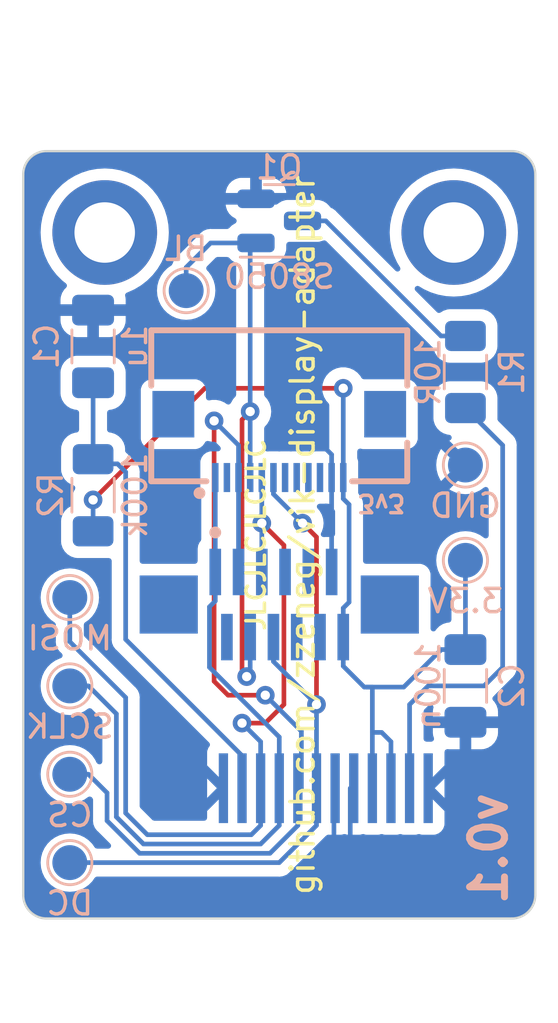
<source format=kicad_pcb>
(kicad_pcb (version 20221018) (generator pcbnew)
  (layers (0 "F.Cu" signal) (31 "B.Cu" signal) (34 "B.Paste" user) (35 "F.Paste" user) (36 "B.SilkS" user "B.Silkscreen") (37 "F.SilkS" user "F.Silkscreen") (38 "B.Mask" user) (39 "F.Mask" user) (44 "Edge.Cuts" user))
  (net 0 "")
  (net 1 "RESET")
  (net 2 "GND")
  (net 3 "+3.3V")
  (net 4 "SCLK")
  (net 6 "LEDK")
  (net 7 "DC")
  (net 8 "CS")
  (net 9 "MOSI")
  (net 10 "BLK")
  (net 20 "Net-(Q1-C)")
  (footprint "zzkeeb:Hole_M2-solder-nut-2.5" (layer "B.Cu") (at 107 61.7 180)
    (fp_text reference "H2" hide)
    (fp_text value "MountingHole" hide)
    (pad "" thru_hole circle (at 0 0 180) (size 4.5 4.5) (drill 2.6) (layers "*.Cu" "B.Mask"))
  )
  (footprint "TestPoint:TestPoint_Pad_D1.5mm" (layer "B.Cu") (at 90.5 77.4 180)
    (fp_text reference "TP6" hide)
    (fp_text value "MOSI" (at 0 -1.75) (layer "B.SilkS") (effects (justify mirror)))
    (fp_circle (center 0 0) (end 0 -0.95) (stroke (width 0.12)) (fill none) (layer "B.SilkS"))
    (pad "1" smd circle (at 0 0 180) (size 1.5 1.5) (layers "B.Cu" "B.Mask") (net 9 "MOSI"))
  )
  (footprint "TestPoint:TestPoint_Pad_D1.5mm" (layer "B.Cu") (at 107.5 71.7 180)
    (fp_text reference "TP2" hide)
    (fp_text value "GND" (at 0 -1.75) (layer "B.SilkS") (effects (justify mirror)))
    (fp_circle (center 0 0) (end 0 -0.95) (stroke (width 0.12)) (fill none) (layer "B.SilkS"))
    (pad "1" smd circle (at 0 0 180) (size 1.5 1.5) (layers "B.Cu" "B.Mask") (net 2 "GND"))
  )
  (footprint "zzkeeb:Connector_Display-12pin-0.8mm" (layer "B.Cu") (at 101.5 85.6)
    (fp_text reference "J3")
    (fp_text value "Conn_01x12_Pin")
    (pad "1" smd rect (at 4.4 0) (size 0.4 3) (layers "B.Cu" "B.Paste" "B.Mask") (net 2 "GND"))
    (pad "2" smd rect (at 3.6 0) (size 0.4 3) (layers "B.Cu" "B.Paste" "B.Mask") (net 6 "LEDK"))
    (pad "3" smd rect (at 2.8 0) (size 0.4 3) (layers "B.Cu" "B.Paste" "B.Mask") (net 3 "+3.3V"))
    (pad "4" smd rect (at 2 0) (size 0.4 3) (layers "B.Cu" "B.Paste" "B.Mask") (net 3 "+3.3V"))
    (pad "5" smd rect (at 1.2 0) (size 0.4 3) (layers "B.Cu" "B.Paste" "B.Mask") (net 2 "GND"))
    (pad "6" smd rect (at 0.4 0) (size 0.4 3) (layers "B.Cu" "B.Paste" "B.Mask") (net 2 "GND"))
    (pad "7" smd rect (at -0.4 0) (size 0.4 3) (layers "B.Cu" "B.Paste" "B.Mask") (net 7 "DC"))
    (pad "8" smd rect (at -1.2 0) (size 0.4 3) (layers "B.Cu" "B.Paste" "B.Mask") (net 8 "CS"))
    (pad "9" smd rect (at -2 0) (size 0.4 3) (layers "B.Cu" "B.Paste" "B.Mask") (net 4 "SCLK"))
    (pad "10" smd rect (at -2.8 0) (size 0.4 3) (layers "B.Cu" "B.Paste" "B.Mask") (net 9 "MOSI"))
    (pad "11" smd rect (at -3.6 0) (size 0.4 3) (layers "B.Cu" "B.Paste" "B.Mask") (net 1 "RESET"))
    (pad "12" smd rect (at -4.4 0) (size 0.4 3) (layers "B.Cu" "B.Paste" "B.Mask") (net 2 "GND"))
  )
  (footprint "TestPoint:TestPoint_Pad_D1.5mm" (layer "B.Cu") (at 90.5 81.2 180)
    (fp_text reference "TP3" hide)
    (fp_text value "SCLK" (at 0 -1.75) (layer "B.SilkS") (effects (justify mirror)))
    (fp_circle (center 0 0) (end 0 -0.95) (stroke (width 0.12)) (fill none) (layer "B.SilkS"))
    (pad "1" smd circle (at 0 0 180) (size 1.5 1.5) (layers "B.Cu" "B.Mask") (net 4 "SCLK"))
  )
  (footprint "TestPoint:TestPoint_Pad_D1.5mm" (layer "B.Cu") (at 95.5 64.2 180)
    (fp_text reference "TP5" hide)
    (fp_text value "BL" (at 0 1.8) (layer "B.SilkS") (effects (justify mirror)))
    (fp_circle (center 0 0) (end 0 -0.95) (stroke (width 0.12)) (fill none) (layer "B.SilkS"))
    (pad "1" smd circle (at 0 0 180) (size 1.5 1.5) (layers "B.Cu" "B.Mask") (net 10 "BLK"))
  )
  (footprint "Capacitor_SMD:C_1206_3216Metric_Pad1.33x1.80mm_HandSolder" (layer "B.Cu") (at 91.5 66.6 -90)
    (fp_text reference "C1" (at 0 2 90) (layer "B.SilkS") (effects (justify mirror)))
    (fp_text value "1u" (at 0 -1.8 90) (layer "B.SilkS") (effects (justify mirror)))
    (fp_line (start -0.711252 -0.91) (end 0.711252 -0.91) (stroke (width 0.12)) (layer "B.SilkS"))
    (fp_line (start -0.711252 0.91) (end 0.711252 0.91) (stroke (width 0.12)) (layer "B.SilkS"))
    (pad "1" smd roundrect (at -1.5625 0 270) (size 1.325 1.8) (layers "B.Cu" "B.Paste" "B.Mask") (roundrect_rratio 0.1886792453) (net 2 "GND"))
    (pad "2" smd roundrect (at 1.5625 0 270) (size 1.325 1.8) (layers "B.Cu" "B.Paste" "B.Mask") (roundrect_rratio 0.1886792453) (net 1 "RESET"))
  )
  (footprint "Resistor_SMD:R_1206_3216Metric_Pad1.30x1.75mm_HandSolder" (layer "B.Cu") (at 107.5 67.7 -90)
    (fp_text reference "R1" (at 0 -2 90) (layer "B.SilkS") (effects (justify mirror)))
    (fp_text value "10R" (at 0 1.6 90) (layer "B.SilkS") (effects (justify mirror)))
    (fp_line (start -0.727064 -0.91) (end 0.727064 -0.91) (stroke (width 0.12)) (layer "B.SilkS"))
    (fp_line (start -0.727064 0.91) (end 0.727064 0.91) (stroke (width 0.12)) (layer "B.SilkS"))
    (pad "1" smd roundrect (at -1.55 0 270) (size 1.3 1.75) (layers "B.Cu" "B.Paste" "B.Mask") (roundrect_rratio 0.1923076923) (net 20 "Net-(Q1-C)"))
    (pad "2" smd roundrect (at 1.55 0 270) (size 1.3 1.75) (layers "B.Cu" "B.Paste" "B.Mask") (roundrect_rratio 0.1923076923) (net 6 "LEDK"))
  )
  (footprint "vik:vik-module-connector-horizontal" (layer "B.Cu") (at 99.5 70.2)
    (fp_text reference "J1" hide)
    (fp_text value "vik-module-connector" hide)
    (fp_text user "3v3" (at 3.3 2.7 -180 unlocked) (layer "B.SilkS") (effects (font (size 0.75 0.75)) (justify left bottom mirror)))
    (fp_line (start -5.5 -4.295) (end -5.5 -1.912) (stroke (width 0.254)) (layer "B.SilkS"))
    (fp_line (start -5.5 0.539) (end -5.5 2.2) (stroke (width 0.254)) (layer "B.SilkS"))
    (fp_line (start -5.5 2.2) (end -3.131 2.2) (stroke (width 0.254)) (layer "B.SilkS"))
    (fp_line (start 5.5 -4.295) (end -5.5 -4.295) (stroke (width 0.254)) (layer "B.SilkS"))
    (fp_line (start 5.5 -4.295) (end 5.5 -1.912) (stroke (width 0.254)) (layer "B.SilkS"))
    (fp_line (start 5.5 0.539) (end 5.5 2.2) (stroke (width 0.254)) (layer "B.SilkS"))
    (fp_line (start 5.5 2.2) (end 3.131 2.2) (stroke (width 0.254)) (layer "B.SilkS"))
    (fp_circle (center -3.429 2.708) (end -3.302 2.708) (stroke (width 0.254)) (fill none) (layer "B.SilkS"))
    (pad "1" smd rect (at -2.75 2.038) (size 0.28 1.25) (layers "B.Cu" "B.Paste" "B.Mask") (net 4 "SCLK"))
    (pad "2" smd rect (at -2.25 2.038) (size 0.28 1.25) (layers "B.Cu" "B.Paste" "B.Mask"))
    (pad "3" smd rect (at -1.75 2.038) (size 0.28 1.25) (layers "B.Cu" "B.Paste" "B.Mask") (net 8 "CS"))
    (pad "4" smd rect (at -1.25 2.038) (size 0.28 1.25) (layers "B.Cu" "B.Paste" "B.Mask") (net 10 "BLK"))
    (pad "5" smd rect (at -0.75 2.038) (size 0.28 1.25) (layers "B.Cu" "B.Paste" "B.Mask") (net 9 "MOSI"))
    (pad "6" smd rect (at -0.25 2.038) (size 0.28 1.25) (layers "B.Cu" "B.Paste" "B.Mask") (net 7 "DC"))
    (pad "7" smd rect (at 0.25 2.038) (size 0.28 1.25) (layers "B.Cu" "B.Paste" "B.Mask"))
    (pad "8" smd rect (at 0.75 2.038) (size 0.28 1.25) (layers "B.Cu" "B.Paste" "B.Mask"))
    (pad "9" smd rect (at 1.25 2.038) (size 0.28 1.25) (layers "B.Cu" "B.Paste" "B.Mask"))
    (pad "10" smd rect (at 1.75 2.038) (size 0.28 1.25) (layers "B.Cu" "B.Paste" "B.Mask"))
    (pad "11" smd rect (at 2.25 2.038) (size 0.28 1.25) (layers "B.Cu" "B.Paste" "B.Mask") (net 2 "GND"))
    (pad "12" smd rect (at 2.75 2.038) (size 0.28 1.25) (layers "B.Cu" "B.Paste" "B.Mask") (net 3 "+3.3V"))
    (pad "13" smd rect (at 4.55 -0.686) (size 1.8 2) (layers "B.Cu" "B.Paste" "B.Mask"))
    (pad "14" smd rect (at -4.55 -0.686) (size 1.8 2) (layers "B.Cu" "B.Paste" "B.Mask"))
  )
  (footprint "Capacitor_SMD:C_1206_3216Metric_Pad1.33x1.80mm_HandSolder" (layer "B.Cu") (at 107.5 81.2 90)
    (fp_text reference "C2" (at 0 2 90) (layer "B.SilkS") (effects (justify mirror)))
    (fp_text value "100n" (at 0 -1.6 90) (layer "B.SilkS") (effects (justify mirror)))
    (fp_line (start -0.711252 -0.91) (end 0.711252 -0.91) (stroke (width 0.12)) (layer "B.SilkS"))
    (fp_line (start -0.711252 0.91) (end 0.711252 0.91) (stroke (width 0.12)) (layer "B.SilkS"))
    (pad "1" smd roundrect (at -1.5625 0 90) (size 1.325 1.8) (layers "B.Cu" "B.Paste" "B.Mask") (roundrect_rratio 0.1886792453) (net 2 "GND"))
    (pad "2" smd roundrect (at 1.5625 0 90) (size 1.325 1.8) (layers "B.Cu" "B.Paste" "B.Mask") (roundrect_rratio 0.1886792453) (net 3 "+3.3V"))
  )
  (footprint "zzkeeb:Hole_M2-solder-nut-2.5" (layer "B.Cu") (at 92 61.7 180)
    (fp_text reference "H1" hide)
    (fp_text value "MountingHole" hide)
    (pad "" thru_hole circle (at 0 0 180) (size 4.5 4.5) (drill 2.6) (layers "*.Cu" "B.Mask"))
  )
  (footprint "zzkeeb:Connector_VIK-vertical-module" (layer "B.Cu") (at 99.5 77.7 90)
    (fp_text reference "J2" hide)
    (fp_text value "vik-module-connector" hide)
    (fp_circle (center 3.1 -2.75) (end 3.227 -2.75) (stroke (width 0.254)) (fill solid) (layer "B.SilkS"))
    (pad "" smd rect (at 0 -4.75 90) (size 2.5 2.5) (layers "B.Cu" "B.Paste" "B.Mask"))
    (pad "" smd rect (at 0 4.75 90) (size 2.5 2.5) (layers "B.Cu" "B.Paste" "B.Mask"))
    (pad "1" smd custom (at 1.9 -2.75 90) (size 1 0.5) (layers "B.Cu" "B.Paste" "B.Mask") (net 4 "SCLK") (options (clearance outline) (anchor rect)) (primitives (gr_poly (pts (xy -1.5 -0.25) (xy -0.5 -0.25) (xy -0.5 0.25) (xy -1.5 0.25)) (width 0) (fill yes))))
    (pad "2" smd custom (at -1.9 -2.25 270) (size 1 0.5) (layers "B.Cu" "B.Paste" "B.Mask") (options (clearance outline) (anchor rect)) (primitives (gr_poly (pts (xy -1.5 -0.25) (xy -0.5 -0.25) (xy -0.5 0.25) (xy -1.5 0.25)) (width 0) (fill yes))))
    (pad "3" smd custom (at 1.9 -1.75 90) (size 1 0.5) (layers "B.Cu" "B.Paste" "B.Mask") (net 8 "CS") (options (clearance outline) (anchor rect)) (primitives (gr_poly (pts (xy -1.5 -0.25) (xy -0.5 -0.25) (xy -0.5 0.25) (xy -1.5 0.25)) (width 0) (fill yes))))
    (pad "4" smd custom (at -1.9 -1.25 270) (size 1 0.5) (layers "B.Cu" "B.Paste" "B.Mask") (net 10 "BLK") (options (clearance outline) (anchor rect)) (primitives (gr_poly (pts (xy -1.5 -0.25) (xy -0.5 -0.25) (xy -0.5 0.25) (xy -1.5 0.25)) (width 0) (fill yes))))
    (pad "5" smd custom (at 1.9 -0.75 90) (size 1 0.5) (layers "B.Cu" "B.Paste" "B.Mask") (net 9 "MOSI") (options (clearance outline) (anchor rect)) (primitives (gr_poly (pts (xy -1.5 -0.25) (xy -0.5 -0.25) (xy -0.5 0.25) (xy -1.5 0.25)) (width 0) (fill yes))))
    (pad "6" smd rect (at -1.4 -0.25 180) (size 0.5 2) (layers "B.Cu" "B.Paste" "B.Mask") (net 7 "DC"))
    (pad "7" smd custom (at 1.9 0.25 90) (size 1 0.5) (layers "B.Cu" "B.Paste" "B.Mask") (options (clearance outline) (anchor rect)) (primitives (gr_poly (pts (xy -1.5 -0.25) (xy -0.5 -0.25) (xy -0.5 0.25) (xy -1.5 0.25)) (width 0) (fill yes))))
    (pad "8" smd custom (at -1.9 0.75 270) (size 1 0.5) (layers "B.Cu" "B.Paste" "B.Mask") (options (clearance outline) (anchor rect)) (primitives (gr_poly (pts (xy -1.5 -0.25) (xy -0.5 -0.25) (xy -0.5 0.25) (xy -1.5 0.25)) (width 0) (fill yes))))
    (pad "9" smd custom (at 1.9 1.25 90) (size 1 0.5) (layers "B.Cu" "B.Paste" "B.Mask") (options (clearance outline) (anchor rect)) (primitives (gr_poly (pts (xy -1.5 -0.25) (xy -0.5 -0.25) (xy -0.5 0.25) (xy -1.5 0.25)) (width 0) (fill yes))))
    (pad "10" smd custom (at -1.9 1.75 270) (size 1 0.5) (layers "B.Cu" "B.Paste" "B.Mask") (options (clearance outline) (anchor rect)) (primitives (gr_poly (pts (xy -1.5 -0.25) (xy -0.5 -0.25) (xy -0.5 0.25) (xy -1.5 0.25)) (width 0) (fill yes))))
    (pad "11" smd custom (at 1.9 2.25 90) (size 1 0.5) (layers "B.Cu" "B.Paste" "B.Mask") (net 2 "GND") (options (clearance outline) (anchor rect)) (primitives (gr_poly (pts (xy -1.5 -0.25) (xy -0.5 -0.25) (xy -0.5 0.25) (xy -1.5 0.25)) (width 0) (fill yes))))
    (pad "12" smd custom (at -1.9 2.75 270) (size 1 0.5) (layers "B.Cu" "B.Paste" "B.Mask") (net 3 "+3.3V") (options (clearance outline) (anchor rect)) (primitives (gr_poly (pts (xy -1.5 -0.25) (xy -0.5 -0.25) (xy -0.5 0.25) (xy -1.5 0.25)) (width 0) (fill yes))))
  )
  (footprint "TestPoint:TestPoint_Pad_D1.5mm" (layer "B.Cu") (at 107.5 75.8 180)
    (fp_text reference "TP1" hide)
    (fp_text value "3.3V" (at 0 -1.75) (layer "B.SilkS") (effects (justify mirror)))
    (fp_circle (center 0 0) (end 0 -0.95) (stroke (width 0.12)) (fill none) (layer "B.SilkS"))
    (pad "1" smd circle (at 0 0 180) (size 1.5 1.5) (layers "B.Cu" "B.Mask") (net 3 "+3.3V"))
  )
  (footprint "TestPoint:TestPoint_Pad_D1.5mm" (layer "B.Cu") (at 90.5 88.8 180)
    (fp_text reference "TP7" hide)
    (fp_text value "DC" (at 0 -1.75) (layer "B.SilkS") (effects (justify mirror)))
    (fp_circle (center 0 0) (end 0 -0.95) (stroke (width 0.12)) (fill none) (layer "B.SilkS"))
    (pad "1" smd circle (at 0 0 180) (size 1.5 1.5) (layers "B.Cu" "B.Mask") (net 7 "DC"))
  )
  (footprint "TestPoint:TestPoint_Pad_D1.5mm" (layer "B.Cu") (at 90.5 85 180)
    (fp_text reference "TP4" hide)
    (fp_text value "CS" (at 0 -1.75) (layer "B.SilkS") (effects (justify mirror)))
    (fp_circle (center 0 0) (end 0 -0.95) (stroke (width 0.12)) (fill none) (layer "B.SilkS"))
    (pad "1" smd circle (at 0 0 180) (size 1.5 1.5) (layers "B.Cu" "B.Mask") (net 8 "CS"))
  )
  (footprint "zzkeeb:Transistor-S8050-SOT-23" (layer "B.Cu") (at 99.5 61.2)
    (fp_text reference "Q1" (at 0 -2.3) (layer "B.SilkS") (effects (justify mirror)))
    (fp_text value "S8050" (at 0 2.4) (layer "B.SilkS") (effects (justify mirror)))
    (fp_line (start 0 -1.56) (end -0.65 -1.56) (stroke (width 0.12)) (layer "B.SilkS"))
    (fp_line (start 0 -1.56) (end 0.65 -1.56) (stroke (width 0.12)) (layer "B.SilkS"))
    (fp_line (start 0 1.56) (end -1.675 1.56) (stroke (width 0.12)) (layer "B.SilkS"))
    (fp_line (start 0 1.56) (end 0.65 1.56) (stroke (width 0.12)) (layer "B.SilkS"))
    (pad "1" smd roundrect (at -1 -0.95) (size 1.6 0.8) (layers "B.Cu" "B.Paste" "B.Mask") (net 2 "GND"))
    (pad "2" smd roundrect (at -1 0.95) (size 1.6 0.8) (layers "B.Cu" "B.Paste" "B.Mask") (net 10 "BLK"))
    (pad "3" smd roundrect (at 1 0) (size 1.6 0.8) (layers "B.Cu" "B.Paste" "B.Mask") (net 20 "Net-(Q1-C)"))
  )
  (footprint "Resistor_SMD:R_1206_3216Metric_Pad1.30x1.75mm_HandSolder" (layer "B.Cu") (at 91.5 73 -90)
    (fp_text reference "R2" (at 0 1.82 90) (layer "B.SilkS") (effects (justify mirror)))
    (fp_text value "100k" (at 0 -1.8 90) (layer "B.SilkS") (effects (justify mirror)))
    (fp_line (start -0.727064 -0.91) (end 0.727064 -0.91) (stroke (width 0.12)) (layer "B.SilkS"))
    (fp_line (start -0.727064 0.91) (end 0.727064 0.91) (stroke (width 0.12)) (layer "B.SilkS"))
    (pad "1" smd roundrect (at -1.55 0 270) (size 1.3 1.75) (layers "B.Cu" "B.Paste" "B.Mask") (roundrect_rratio 0.1923076923) (net 1 "RESET"))
    (pad "2" smd roundrect (at 1.55 0 270) (size 1.3 1.75) (layers "B.Cu" "B.Paste" "B.Mask") (roundrect_rratio 0.1923076923) (net 3 "+3.3V"))
  )
  (gr_line (start 109.5 58.2) (end 89.5 58.2) (stroke (width 0.1)) (layer "Edge.Cuts"))
  (gr_line (start 110.5 59.2) (end 110.5 90.2) (stroke (width 0.1)) (layer "Edge.Cuts"))
  (gr_arc (start 109.5 58.2) (mid 110.207107 58.492893) (end 110.5 59.2) (stroke (width 0.1)) (layer "Edge.Cuts"))
  (gr_line (start 109.5 91.2) (end 89.5 91.2) (stroke (width 0.1)) (layer "Edge.Cuts"))
  (gr_arc (start 110.5 90.2) (mid 110.207107 90.907107) (end 109.5 91.2) (stroke (width 0.1)) (layer "Edge.Cuts"))
  (gr_arc (start 89.5 91.2) (mid 88.792893 90.907107) (end 88.5 90.2) (stroke (width 0.1)) (layer "Edge.Cuts"))
  (gr_line (start 88.5 90.2) (end 88.5 59.2) (stroke (width 0.1)) (layer "Edge.Cuts"))
  (gr_arc (start 88.5 59.2) (mid 88.792893 58.492893) (end 89.5 58.2) (stroke (width 0.1)) (layer "Edge.Cuts"))
  (gr_text "v0.1\n" (at 108.5 88.2 90) (layer "B.SilkS") (effects (font (size 1.5 1.5) (thickness 0.3) bold) (justify mirror)))
  (gr_text "JLCJLCJLCJLC" (at 98.5 74.7 90) (layer "F.SilkS") (effects (font (size 0.8 0.8) (thickness 0.15) bold)))
  (gr_text "github.com/zzeneg/vik-display-adapter" (at 100.5 74.7 90) (layer "F.SilkS") (effects (font (size 1 1) (thickness 0.15) bold)))
  (segment (start 92.55 71.65) (end 91.5 71.65) (width 0.2) (layer "B.Cu") (net 1))
  (segment (start 97.9 84.2) (end 92.9 79.2) (width 0.2) (layer "B.Cu") (net 1))
  (segment (start 97.9 85.6) (end 97.9 84.2) (width 0.2) (layer "B.Cu") (net 1))
  (segment (start 92.9 79.2) (end 92.9 72) (width 0.2) (layer "B.Cu") (net 1))
  (segment (start 92.9 72) (end 92.55 71.65) (width 0.2) (layer "B.Cu") (net 1))
  (segment (start 91.5 71.65) (end 91.5 68.1625) (width 0.2) (layer "B.Cu") (net 1))
  (segment (start 101.85 85.6) (end 101.85 88) (width 0.2) (layer "B.Cu") (net 2))
  (segment (start 101.5 71) (end 101.75 71.25) (width 0.2) (layer "B.Cu") (net 2))
  (segment (start 101.75 71.25) (end 101.75 75.8) (width 0.2) (layer "B.Cu") (net 2))
  (segment (start 102.55 88) (end 102.55 85.6) (width 0.2) (layer "B.Cu") (net 2))
  (segment (start 91.5 73.2) (end 96.3 68.4) (width 0.2) (layer "F.Cu") (net 3))
  (segment (start 96.3 68.4) (end 102.25 68.4) (width 0.2) (layer "F.Cu") (net 3))
  (via (at 102.25 68.4) (size 0.8) (drill 0.4) (layers "F.Cu" "B.Cu") (net 3))
  (via (at 91.5 73.2) (size 0.8) (drill 0.4) (layers "F.Cu" "B.Cu") (net 3))
  (segment (start 102.5 73.4) (end 102.5 77.6) (width 0.2) (layer "B.Cu") (net 3))
  (segment (start 104.3 83.6) (end 104.3 85.6) (width 0.2) (layer "B.Cu") (net 3))
  (segment (start 102.25 77.85) (end 102.25 79.6) (width 0.2) (layer "B.Cu") (net 3))
  (segment (start 102.25 80.35) (end 102.25 79.6) (width 0.2) (layer "B.Cu") (net 3))
  (segment (start 102.5 77.6) (end 102.25 77.85) (width 0.2) (layer "B.Cu") (net 3))
  (segment (start 91.5 73.2) (end 91.5 74.75) (width 0.2) (layer "B.Cu") (net 3))
  (segment (start 102.25 68.4) (end 102.25 73.15) (width 0.2) (layer "B.Cu") (net 3))
  (segment (start 103.25 81.25) (end 103.15 81.25) (width 0.2) (layer "B.Cu") (net 3))
  (segment (start 107.5 75.8) (end 107.5 79.6375) (width 0.2) (layer "B.Cu") (net 3))
  (segment (start 103.15 81.25) (end 102.25 80.35) (width 0.2) (layer "B.Cu") (net 3))
  (segment (start 103.5 83.2) (end 103.9 83.2) (width 0.2) (layer "B.Cu") (net 3))
  (segment (start 102.25 73.15) (end 102.5 73.4) (width 0.2) (layer "B.Cu") (net 3))
  (segment (start 107.5 79.6375) (end 106.4625 79.6375) (width 0.2) (layer "B.Cu") (net 3))
  (segment (start 103.5 81.25) (end 103.5 85.6) (width 0.2) (layer "B.Cu") (net 3))
  (segment (start 103.25 81.25) (end 103.5 81.25) (width 0.2) (layer "B.Cu") (net 3))
  (segment (start 104.85 81.25) (end 103.25 81.25) (width 0.2) (layer "B.Cu") (net 3))
  (segment (start 103.9 83.2) (end 104.3 83.6) (width 0.2) (layer "B.Cu") (net 3))
  (segment (start 106.4625 79.6375) (end 104.85 81.25) (width 0.2) (layer "B.Cu") (net 3))
  (segment (start 91.3 81.2) (end 90.5 81.2) (width 0.2) (layer "B.Cu") (net 4))
  (segment (start 96.75 77.55) (end 96.5 77.8) (width 0.2) (layer "B.Cu") (net 4))
  (segment (start 99.5 87.2) (end 98.7 88) (width 0.2) (layer "B.Cu") (net 4))
  (segment (start 92.5 86.834314) (end 92.5 82.4) (width 0.2) (layer "B.Cu") (net 4))
  (segment (start 96.75 75.8) (end 96.75 77.55) (width 0.2) (layer "B.Cu") (net 4))
  (segment (start 96.5 77.8) (end 96.5 80.4) (width 0.2) (layer "B.Cu") (net 4))
  (segment (start 92.5 82.4) (end 91.3 81.2) (width 0.2) (layer "B.Cu") (net 4))
  (segment (start 96.5 80.4) (end 99.5 83.4) (width 0.2) (layer "B.Cu") (net 4))
  (segment (start 98.7 88) (end 93.665686 88) (width 0.2) (layer "B.Cu") (net 4))
  (segment (start 93.665686 88) (end 92.5 86.834314) (width 0.2) (layer "B.Cu") (net 4))
  (segment (start 96.75 72.238) (end 96.75 75.8) (width 0.2) (layer "B.Cu") (net 4))
  (segment (start 99.5 83.4) (end 99.5 87.2) (width 0.2) (layer "B.Cu") (net 4))
  (segment (start 105.1 85.6) (end 105.1 82) (width 0.2) (layer "B.Cu") (net 6))
  (segment (start 109.1 80.4) (end 109.1 70.85) (width 0.2) (layer "B.Cu") (net 6))
  (segment (start 109.1 70.85) (end 107.5 69.25) (width 0.2) (layer "B.Cu") (net 6))
  (segment (start 105.9 81.2) (end 108.3 81.2) (width 0.2) (layer "B.Cu") (net 6))
  (segment (start 105.1 82) (end 105.9 81.2) (width 0.2) (layer "B.Cu") (net 6))
  (segment (start 108.3 81.2) (end 109.1 80.4) (width 0.2) (layer "B.Cu") (net 6))
  (segment (start 101.1 74.8) (end 101.1 82) (width 0.2) (layer "F.Cu") (net 7))
  (segment (start 100.5 74.2) (end 101.1 74.8) (width 0.2) (layer "F.Cu") (net 7))
  (via (at 100.5 74.2) (size 0.8) (drill 0.4) (layers "F.Cu" "B.Cu") (net 7))
  (via (at 101.1 82) (size 0.8) (drill 0.4) (layers "F.Cu" "B.Cu") (net 7))
  (segment (start 101.1 82) (end 101.1 87.2) (width 0.2) (layer "B.Cu") (net 7))
  (segment (start 101.1 87.2) (end 99.5 88.8) (width 0.2) (layer "B.Cu") (net 7))
  (segment (start 90.9 88.8) (end 90.5 88.4) (width 0.2) (layer "B.Cu") (net 7))
  (segment (start 99.25 72.95) (end 99.25 71.738) (width 0.2) (layer "B.Cu") (net 7))
  (segment (start 100.5 74.2) (end 99.25 72.95) (width 0.2) (layer "B.Cu") (net 7))
  (segment (start 101.1 82) (end 99.25 80.15) (width 0.2) (layer "B.Cu") (net 7))
  (segment (start 99.25 80.15) (end 99.25 79.1) (width 0.2) (layer "B.Cu") (net 7))
  (segment (start 99.5 88.8) (end 90.9 88.8) (width 0.2) (layer "B.Cu") (net 7))
  (segment (start 97.3 81.6) (end 96.7 81) (width 0.2) (layer "F.Cu") (net 8))
  (segment (start 96.7 81) (end 96.7 69.8) (width 0.2) (layer "F.Cu") (net 8))
  (segment (start 98.9 81.6) (end 97.3 81.6) (width 0.2) (layer "F.Cu") (net 8))
  (via (at 98.9 81.6) (size 0.8) (drill 0.4) (layers "F.Cu" "B.Cu") (net 8))
  (via (at 96.7 69.8) (size 0.8) (drill 0.4) (layers "F.Cu" "B.Cu") (net 8))
  (segment (start 93.5 88.4) (end 92.1 87) (width 0.2) (layer "B.Cu") (net 8))
  (segment (start 99.1 88.4) (end 93.5 88.4) (width 0.2) (layer "B.Cu") (net 8))
  (segment (start 92.1 87) (end 92.1 85.8) (width 0.2) (layer "B.Cu") (net 8))
  (segment (start 100.45 83.15) (end 100.45 85.6) (width 0.2) (layer "B.Cu") (net 8))
  (segment (start 100.45 85.6) (end 100.3 85.75) (width 0.2) (layer "B.Cu") (net 8))
  (segment (start 100.3 87.2) (end 99.1 88.4) (width 0.2) (layer "B.Cu") (net 8))
  (segment (start 96.7 69.8) (end 97.75 70.85) (width 0.2) (layer "B.Cu") (net 8))
  (segment (start 98.9 81.6) (end 100.45 83.15) (width 0.2) (layer "B.Cu") (net 8))
  (segment (start 92.1 85.8) (end 91.3 85) (width 0.2) (layer "B.Cu") (net 8))
  (segment (start 100.3 85.75) (end 100.3 87.2) (width 0.2) (layer "B.Cu") (net 8))
  (segment (start 91.3 85) (end 90.5 85) (width 0.2) (layer "B.Cu") (net 8))
  (segment (start 97.75 70.85) (end 97.75 75.8) (width 0.2) (layer "B.Cu") (net 8))
  (segment (start 99.7 82) (end 99.7 75.15) (width 0.2) (layer "F.Cu") (net 9))
  (segment (start 97.9 82.8) (end 98.9 82.8) (width 0.2) (layer "F.Cu") (net 9))
  (segment (start 99.7 75.15) (end 98.75 74.2) (width 0.2) (layer "F.Cu") (net 9))
  (segment (start 98.9 82.8) (end 99.7 82) (width 0.2) (layer "F.Cu") (net 9))
  (via (at 97.9 82.8) (size 0.8) (drill 0.4) (layers "F.Cu" "B.Cu") (net 9))
  (via (at 98.75 74.2) (size 0.8) (drill 0.4) (layers "F.Cu" "B.Cu") (net 9))
  (segment (start 93.831372 87.6) (end 92.9 86.668628) (width 0.2) (layer "B.Cu") (net 9))
  (segment (start 92.9 86.668628) (end 92.9 81.7) (width 0.2) (layer "B.Cu") (net 9))
  (segment (start 92.9 81.7) (end 90.5 79.3) (width 0.2) (layer "B.Cu") (net 9))
  (segment (start 98.3 87.6) (end 93.831372 87.6) (width 0.2) (layer "B.Cu") (net 9))
  (segment (start 98.75 74.2) (end 98.75 71.738) (width 0.2) (layer "B.Cu") (net 9))
  (segment (start 97.9 82.8) (end 98.7 83.6) (width 0.2) (layer "B.Cu") (net 9))
  (segment (start 98.75 74.2) (end 98.75 75.8) (width 0.2) (layer "B.Cu") (net 9))
  (segment (start 90.5 79.3) (end 90.5 77.6) (width 0.2) (layer "B.Cu") (net 9))
  (segment (start 98.7 83.6) (end 98.7 87.2) (width 0.2) (layer "B.Cu") (net 9))
  (segment (start 98.7 87.2) (end 98.3 87.6) (width 0.2) (layer "B.Cu") (net 9))
  (segment (start 98.1 80.8) (end 97.9 80.6) (width 0.2) (layer "F.Cu") (net 10))
  (segment (start 97.9 80.6) (end 97.9 69.75) (width 0.2) (layer "F.Cu") (net 10))
  (segment (start 97.9 69.75) (end 98.25 69.4) (width 0.2) (layer "F.Cu") (net 10))
  (via (at 98.25 69.4) (size 0.8) (drill 0.4) (layers "F.Cu" "B.Cu") (net 10))
  (via (at 98.1 80.8) (size 0.8) (drill 0.4) (layers "F.Cu" "B.Cu") (net 10))
  (segment (start 98.25 62.4) (end 98.25 69.4) (width 0.2) (layer "B.Cu") (net 10))
  (segment (start 98.25 80.65) (end 98.25 79.6) (width 0.2) (layer "B.Cu") (net 10))
  (segment (start 98.1 80.8) (end 98.25 80.65) (width 0.2) (layer "B.Cu") (net 10))
  (segment (start 95.5 64.2) (end 95.5 63.2) (width 0.2) (layer "B.Cu") (net 10))
  (segment (start 95.5 63.2) (end 96.55 62.15) (width 0.2) (layer "B.Cu") (net 10))
  (segment (start 98.5 62.15) (end 98.25 62.4) (width 0.2) (layer "B.Cu") (net 10))
  (segment (start 96.55 62.15) (end 98.5 62.15) (width 0.2) (layer "B.Cu") (net 10))
  (segment (start 98.25 71.738) (end 98.25 69.4) (width 0.2) (layer "B.Cu") (net 10))
  (segment (start 107.5 66.15) (end 106.45 66.15) (width 0.2) (layer "B.Cu") (net 20))
  (segment (start 106.45 66.15) (end 101.5 61.2) (width 0.2) (layer "B.Cu") (net 20))
  (segment (start 101.5 61.2) (end 100.5 61.2) (width 0.2) (layer "B.Cu") (net 20))
  (zone (net 2) (net_name "GND") (layer "B.Cu") (connect_pads (clearance 0.5)) (min_thickness 0.25) (fill yes (thermal_gap 0.5) (thermal_bridge_width 0.5))
    (polygon (pts (xy 111.5 51.7) (xy 87.5 51.7) (xy 87.5 95.7) (xy 111.5 95.7)))
  )
)
</source>
